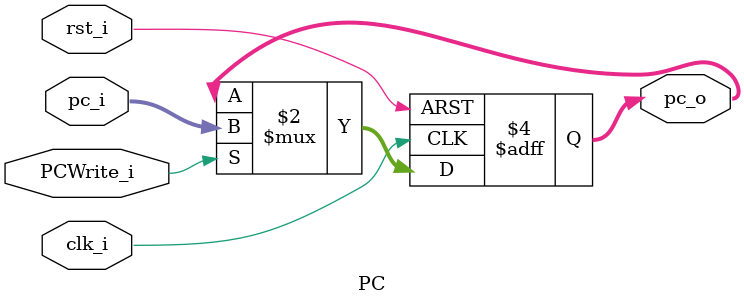
<source format=v>
module PC
(
    clk_i,
    rst_i,
    PCWrite_i,
    pc_i,
    pc_o
);

// Ports
input               clk_i;
input               rst_i;
input               PCWrite_i;
input   [31:0]      pc_i;
output  [31:0]      pc_o;

// Wires & Registers
reg     [31:0]      pc_o;


always@(posedge clk_i or posedge rst_i) begin
    if(rst_i) begin
        pc_o <= 32'b0;
    end  
    else begin
        if (PCWrite_i) begin
            pc_o <= pc_i;
        end
    end
end

endmodule

</source>
